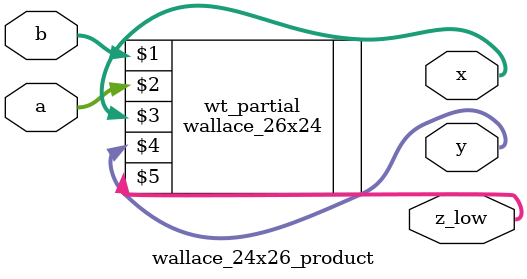
<source format=v>
`include "./vsrc/fdiv/wallace_26x24.v"

module wallace_24x26_product (a,b,x,y,z_low);	// 24*26 wallacetree product
	input [23:0] a;
	input [25:0] b;
	output [49:8] x;
	output [49:8] y;
	output [7:0] z_low;
	wallace_26x24 wt_partial (b,a,x,y,z_low);
endmodule

</source>
